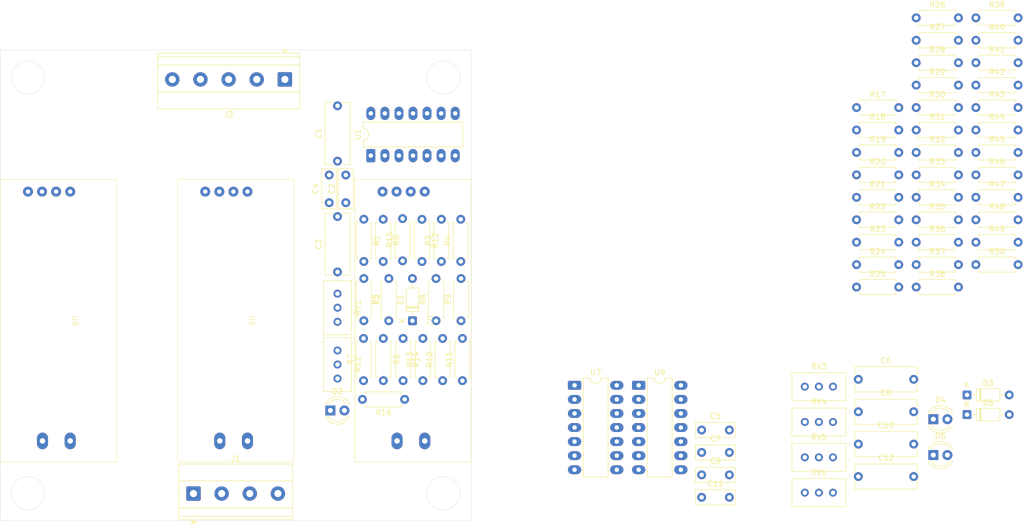
<source format=kicad_pcb>
(kicad_pcb (version 20241229) (generator "pcbnew") (generator_version "9.0")
  (layers (0 "F.Cu" signal) (2 "B.Cu" signal) (13 "F.Paste" user) (15 "B.Paste" user) (5 "F.SilkS" user "F.Silkscreen") (7 "B.SilkS" user "B.Silkscreen") (1 "F.Mask" user) (3 "B.Mask" user) (25 "Edge.Cuts" user))
  (net 0 "")
  (net 1 "Net-(C1-Pad2)")
  (net 2 "Net-(C1-Pad1)")
  (net 3 "GND")
  (net 4 "Net-(U1A-+)")
  (net 5 "Net-(C3-Pad1)")
  (net 6 "Net-(C3-Pad2)")
  (net 7 "Net-(U1B-+)")
  (net 8 "Net-(U7A-+)")
  (net 9 "Net-(C6-Pad2)")
  (net 10 "Net-(C6-Pad1)")
  (net 11 "Net-(U7B-+)")
  (net 12 "Net-(C8-Pad2)")
  (net 13 "Net-(C8-Pad1)")
  (net 14 "Net-(U9A-+)")
  (net 15 "Net-(C10-Pad2)")
  (net 16 "Net-(C10-Pad1)")
  (net 17 "Net-(U9B-+)")
  (net 18 "Net-(C12-Pad2)")
  (net 19 "Net-(C12-Pad1)")
  (net 20 "Net-(D1-A)")
  (net 21 "Net-(D1-K)")
  (net 22 "Net-(D2-A)")
  (net 23 "Net-(D2-K)")
  (net 24 "Net-(D3-K)")
  (net 25 "Net-(D3-A)")
  (net 26 "Net-(D4-A)")
  (net 27 "Net-(D4-K)")
  (net 28 "Net-(D5-A)")
  (net 29 "Net-(D5-K)")
  (net 30 "Net-(D6-K)")
  (net 31 "Net-(D6-A)")
  (net 32 "LINE1")
  (net 33 "LINE2")
  (net 34 "LINE3")
  (net 35 "NEUTRAL")
  (net 36 "SIGNAL_OUT1")
  (net 37 "SIGNAL_OUT2")
  (net 38 "5V")
  (net 39 "SIGNAL_OUT3")
  (net 40 "Net-(R0-Pad2)")
  (net 41 "Net-(U1A--)")
  (net 42 "OUT_S1")
  (net 43 "Net-(R6-Pad2)")
  (net 44 "Net-(U1B--)")
  (net 45 "Net-(R8-Pad1)")
  (net 46 "Net-(U1C-+)")
  (net 47 "Net-(R10-Pad1)")
  (net 48 "Net-(U1C--)")
  (net 49 "Net-(U1D-+)")
  (net 50 "OUT_S2")
  (net 51 "Net-(U7A--)")
  (net 52 "Net-(R19-Pad2)")
  (net 53 "Net-(R23-Pad2)")
  (net 54 "Net-(U7B--)")
  (net 55 "Net-(R25-Pad1)")
  (net 56 "Net-(U7C-+)")
  (net 57 "Net-(U7C--)")
  (net 58 "Net-(R27-Pad1)")
  (net 59 "Net-(U7D-+)")
  (net 60 "OUT_S3")
  (net 61 "Net-(R36-Pad2)")
  (net 62 "Net-(U9A--)")
  (net 63 "Net-(R40-Pad2)")
  (net 64 "Net-(U9B--)")
  (net 65 "Net-(R42-Pad1)")
  (net 66 "Net-(U9C-+)")
  (net 67 "Net-(U9C--)")
  (net 68 "Net-(R44-Pad1)")
  (net 69 "Net-(U9D-+)")
  (footprint "VARIUS:TerminalBlock_Phoenix_MKDS-1,5-5-5.08_1x05_P5.08mm_Horizontal-DIY" (layer "F.Cu") (at 148.25 55.5 180)
    (property "Reference" "J2" (at 10.16 -6.32 0) (layer "F.SilkS"))
    (property "Value" "ANALOG_OUT")
    (pad "" np_thru_hole roundrect (at 0 0 180) (size 2.6 2.6) (drill 1.3) (layers "*.Mask" "F.Cu") (roundrect_rratio 0.096154))
    (pad "" np_thru_hole circle (at 5.08 0 180) (size 2.6 2.6) (drill 1.3) (layers "*.Mask" "F.Cu"))
    (pad "" np_thru_hole circle (at 10.16 0 180) (size 2.6 2.6) (drill 1.3) (layers "*.Mask" "F.Cu"))
    (pad "" np_thru_hole circle (at 15.24 0 180) (size 2.6 2.6) (drill 1.3) (layers "*.Mask" "F.Cu"))
    (pad "" np_thru_hole circle (at 20.32 0 180) (size 2.6 2.6) (drill 1.3) (layers "*.Mask" "F.Cu"))
    (pad "1" smd roundrect (at 0 0 180) (size 2.6 2.6) (layers "F.Mask" "B.Cu" "F.Paste") (roundrect_rratio 0.096154) (net 38 "5V"))
    (pad "2" smd circle (at 5.08 0 180) (size 2.6 2.6) (layers "F.Mask" "B.Cu" "F.Paste") (net 3 "GND"))
    (pad "3" smd circle (at 10.16 0 180) (size 2.6 2.6) (layers "F.Mask" "B.Cu" "F.Paste") (net 36 "SIGNAL_OUT1"))
    (pad "4" smd circle (at 15.24 0 180) (size 2.6 2.6) (layers "F.Mask" "B.Cu" "F.Paste") (net 37 "SIGNAL_OUT2"))
    (pad "5" smd circle (at 20.32 0 180) (size 2.6 2.6) (layers "F.Mask" "B.Cu" "F.Paste") (net 39 "SIGNAL_OUT3"))
  )
  (footprint "Resistor_THT:R_Axial_DIN0207_L6.3mm_D2.5mm_P7.62mm_Horizontal" (layer "F.Cu") (at 173 80.75 -90)
    (property "Reference" "R12" (at 3.81 -2.37 270) (layer "F.SilkS"))
    (property "Value" "68k")
    (pad "1" thru_hole circle (at 0 0 270) (size 1.6 1.6) (drill 0.8) (layers "*.Cu" "*.Mask") (net 20 "Net-(D1-A)"))
    (pad "2" thru_hole circle (at 7.62 0 270) (size 1.6 1.6) (drill 0.8) (layers "*.Cu" "*.Mask") (net 49 "Net-(U1D-+)"))
  )
  (footprint "LED_THT:LED_D4.0mm" (layer "F.Cu") (at 265.3 123.3)
    (property "Reference" "D6" (at 1.27 -3.46 0) (layer "F.SilkS"))
    (property "Value" "LED")
    (pad "1" thru_hole rect (at 0 0) (size 1.8 1.8) (drill 0.9) (layers "*.Cu" "*.Mask") (net 30 "Net-(D6-K)"))
    (pad "2" thru_hole circle (at 2.54 0) (size 1.8 1.8) (drill 0.9) (layers "*.Cu" "*.Mask") (net 31 "Net-(D6-A)"))
  )
  (footprint "Resistor_THT:R_Axial_DIN0207_L6.3mm_D2.5mm_P7.62mm_Horizontal" (layer "F.Cu") (at 251.44 68.68)
    (property "Reference" "R19" (at 3.81 -2.37 0) (layer "F.SilkS"))
    (property "Value" "68k")
    (pad "1" thru_hole circle (at 0 0) (size 1.6 1.6) (drill 0.8) (layers "*.Cu" "*.Mask") (net 51 "Net-(U7A--)"))
    (pad "2" thru_hole circle (at 7.62 0) (size 1.6 1.6) (drill 0.8) (layers "*.Cu" "*.Mask") (net 52 "Net-(R19-Pad2)"))
  )
  (footprint "Resistor_THT:R_Axial_DIN0207_L6.3mm_D2.5mm_P7.62mm_Horizontal" (layer "F.Cu") (at 262.21 52.48)
    (property "Reference" "R28" (at 3.81 -2.37 0) (layer "F.SilkS"))
    (property "Value" "68k")
    (pad "1" thru_hole circle (at 0 0) (size 1.6 1.6) (drill 0.8) (layers "*.Cu" "*.Mask") (net 59 "Net-(U7D-+)"))
    (pad "2" thru_hole circle (at 7.62 0) (size 1.6 1.6) (drill 0.8) (layers "*.Cu" "*.Mask") (net 57 "Net-(U7C--)"))
  )
  (footprint "Capacitor_THT:C_Rect_L7.0mm_W2.5mm_P5.00mm" (layer "F.Cu") (at 223.48 122.83)
    (property "Reference" "C7" (at 2.5 -2.5 0) (layer "F.SilkS"))
    (property "Value" "15nF")
    (pad "1" thru_hole circle (at 0 0) (size 1.6 1.6) (drill 0.8) (layers "*.Cu" "*.Mask") (net 3 "GND"))
    (pad "2" thru_hole circle (at 5 0) (size 1.6 1.6) (drill 0.8) (layers "*.Cu" "*.Mask") (net 11 "Net-(U7B-+)"))
  )
  (footprint "ZMPT101B:ZMPT101B" (layer "F.Cu") (at 105.88 84.55 -90)
    (property "Reference" "U8" (at 14.5 -4.5 270) (layer "F.SilkS") (effects (font (thickness 0.1))))
    (property "Value" "zmpt101b")
    (pad "1" thru_hole oval (at 36.2 1.38 270) (size 3 2) (drill 1) (layers "*.Cu" "*.Mask") (net 34 "LINE3"))
    (pad "2" thru_hole oval (at 36.2 -3.62 270) (size 3 2) (drill 1) (layers "*.Cu" "*.Mask") (net 35 "NEUTRAL"))
    (pad "3" thru_hole circle (at -8.8 -3.62 270) (size 1.8 1.8) (drill 0.8) (layers "*.Cu" "*.Mask") (net 3 "GND"))
    (pad "4" thru_hole circle (at -8.8 -1.08 270) (size 1.8 1.8) (drill 0.8) (layers "*.Cu" "*.Mask") (net 3 "GND"))
    (pad "5" thru_hole circle (at -8.8 4 270) (size 1.8 1.8) (drill 0.8) (layers "*.Cu" "*.Mask") (net 38 "5V"))
    (pad "6" thru_hole circle (at -8.8 1.46 270) (size 1.8 1.8) (drill 0.8) (layers "*.Cu" "*.Mask") (net 60 "OUT_S3"))
  )
  (footprint "Resistor_THT:R_Axial_DIN0207_L6.3mm_D2.5mm_P7.62mm_Horizontal" (layer "F.Cu") (at 162.5 80.74 -90)
    (property "Reference" "R1" (at 3.81 -2.37 270) (layer "F.SilkS"))
    (property "Value" "68k")
    (pad "1" thru_hole circle (at 0 0 270) (size 1.6 1.6) (drill 0.8) (layers "*.Cu" "*.Mask") (net 1 "Net-(C1-Pad2)"))
    (pad "2" thru_hole circle (at 7.62 0 270) (size 1.6 1.6) (drill 0.8) (layers "*.Cu" "*.Mask") (net 40 "Net-(R0-Pad2)"))
  )
  (footprint "ZMPT101B:ZMPT101B" (layer "F.Cu") (at 137.88 84.55 -90)
    (property "Reference" "U6" (at 14.5 -4.5 270) (layer "F.SilkS") (effects (font (thickness 0.1))))
    (property "Value" "zmpt101b")
    (pad "1" thru_hole oval (at 36.2 1.38 270) (size 3 2) (drill 1) (layers "*.Cu" "*.Mask") (net 33 "LINE2"))
    (pad "2" thru_hole oval (at 36.2 -3.62 270) (size 3 2) (drill 1) (layers "*.Cu" "*.Mask") (net 35 "NEUTRAL"))
    (pad "3" thru_hole circle (at -8.8 -3.62 270) (size 1.8 1.8) (drill 0.8) (layers "*.Cu" "*.Mask") (net 3 "GND"))
    (pad "4" thru_hole circle (at -8.8 -1.08 270) (size 1.8 1.8) (drill 0.8) (layers "*.Cu" "*.Mask") (net 3 "GND"))
    (pad "5" thru_hole circle (at -8.8 4 270) (size 1.8 1.8) (drill 0.8) (layers "*.Cu" "*.Mask") (net 38 "5V"))
    (pad "6" thru_hole circle (at -8.8 1.46 270) (size 1.8 1.8) (drill 0.8) (layers "*.Cu" "*.Mask") (net 50 "OUT_S2"))
  )
  (footprint "Capacitor_THT:C_Rect_L11.0mm_W4.3mm_P10.00mm_MKT" (layer "F.Cu") (at 251.76 115.48)
    (property "Reference" "C8" (at 5 -3.4 0) (layer "F.SilkS"))
    (property "Value" "100nF")
    (pad "1" thru_hole circle (at 0 0) (size 1.6 1.6) (drill 0.8) (layers "*.Cu" "*.Mask") (net 13 "Net-(C8-Pad1)"))
    (pad "2" thru_hole circle (at 10 0) (size 1.6 1.6) (drill 0.8) (layers "*.Cu" "*.Mask") (net 12 "Net-(C8-Pad2)"))
  )
  (footprint "Resistor_THT:R_Axial_DIN0207_L6.3mm_D2.5mm_P7.62mm_Horizontal" (layer "F.Cu") (at 251.44 72.73)
    (property "Reference" "R20" (at 3.81 -2.37 0) (layer "F.SilkS"))
    (property "Value" "68k")
    (pad "1" thru_hole circle (at 0 0) (size 1.6 1.6) (drill 0.8) (layers "*.Cu" "*.Mask") (net 9 "Net-(C6-Pad2)"))
    (pad "2" thru_hole circle (at 7.62 0) (size 1.6 1.6) (drill 0.8) (layers "*.Cu" "*.Mask") (net 52 "Net-(R19-Pad2)"))
  )
  (footprint "VARIUS:D_DO-35_SOD27_P7.62mm_Horizontal-DIY" (layer "F.Cu") (at 171.275 99.06 90)
    (property "Reference" "D1" (at 3.81 -2.12 90) (layer "F.SilkS"))
    (property "Value" "1N5711")
    (fp_text user "K" (at 0 -1.8 90) (layer "F.SilkS"))
    (pad "" np_thru_hole roundrect (at 0 0 90) (size 1.6 1.6) (drill 0.8) (layers "*.Mask" "F.Cu") (roundrect_rratio 0.15625))
    (pad "" np_thru_hole circle (at 7.62 0 90) (size 1.6 1.6) (drill 0.8) (layers "*.Mask" "F.Cu"))
    (pad "1" smd roundrect (at 0 0 90) (size 1.6 1.6) (layers "F.Mask" "B.Cu" "F.Paste") (roundrect_rratio 0.15625) (net 21 "Net-(D1-K)"))
    (pad "2" smd circle (at 7.62 0 90) (size 1.6 1.6) (layers "F.Mask" "B.Cu" "F.Paste") (net 20 "Net-(D1-A)"))
  )
  (footprint "Package_DIP:DIP-14_W7.62mm_LongPads" (layer "F.Cu") (at 163.76 69.25 90)
    (property "Reference" "U1" (at 3.81 -2.33 90) (layer "F.SilkS"))
    (property "Value" "LM324")
    (pad "1" thru_hole roundrect (at 0 0 90) (size 2.4 1.6) (drill 0.8) (layers "*.Cu" "*.Mask") (roundrect_rratio 0.15625) (net 1 "Net-(C1-Pad2)"))
    (pad "2" thru_hole oval (at 0 2.54 90) (size 2.4 1.6) (drill 0.8) (layers "*.Cu" "*.Mask") (net 41 "Net-(U1A--)"))
    (pad "3" thru_hole oval (at 0 5.08 90) (size 2.4 1.6) (drill 0.8) (layers "*.Cu" "*.Mask") (net 4 "Net-(U1A-+)"))
    (pad "4" thru_hole oval (at 0 7.62 90) (size 2.4 1.6) (drill 0.8) (layers "*.Cu" "*.Mask") (net 38 "5V"))
    (pad "5" thru_hole oval (at 0 10.16 90) (size 2.4 1.6) (drill 0.8) (layers "*.Cu" "*.Mask") (net 7 "Net-(U1B-+)"))
    (pad "6" thru_hole oval (at 0 12.7 90) (size 2.4 1.6) (drill 0.8) (layers "*.Cu" "*.Mask") (net 44 "Net-(U1B--)"))
    (pad "7" thru_hole oval (at 0 15.24 90) (size 2.4 1.6) (drill 0.8) (layers "*.Cu" "*.Mask") (net 6 "Net-(C3-Pad2)"))
    (pad "8" thru_hole oval (at 7.62 15.24 90) (size 2.4 1.6) (drill 0.8) (layers "*.Cu" "*.Mask") (net 49 "Net-(U1D-+)"))
    (pad "9" thru_hole oval (at 7.62 12.7 90) (size 2.4 1.6) (drill 0.8) (layers "*.Cu" "*.Mask") (net 48 "Net-(U1C--)"))
    (pad "10" thru_hole oval (at 7.62 10.16 90) (size 2.4 1.6) (drill 0.8) (layers "*.Cu" "*.Mask") (net 46 "Net-(U1C-+)"))
    (pad "11" thru_hole oval (at 7.62 7.62 90) (size 2.4 1.6) (drill 0.8) (layers "*.Cu" "*.Mask") (net 3 "GND"))
    (pad "12" thru_hole oval (at 7.62 5.08 90) (size 2.4 1.6) (drill 0.8) (layers "*.Cu" "*.Mask") (net 49 "Net-(U1D-+)"))
    (pad "13" thru_hole oval (at 7.62 2.54 90) (size 2.4 1.6) (drill 0.8) (layers "*.Cu" "*.Mask") (net 21 "Net-(D1-K)"))
    (pad "14" thru_hole oval (at 7.62 0 90) (size 2.4 1.6) (drill 0.8) (layers "*.Cu" "*.Mask") (net 22 "Net-(D2-A)"))
  )
  (footprint "Resistor_THT:R_Axial_DIN0207_L6.3mm_D2.5mm_P7.62mm_Horizontal" (layer "F.Cu") (at 251.44 84.88)
    (property "Reference" "R23" (at 3.81 -2.37 0) (layer "F.SilkS"))
    (property "Value" "68k")
    (pad "1" thru_hole circle (at 0 0) (size 1.6 1.6) (drill 0.8) (layers "*.Cu" "*.Mask") (net 54 "Net-(U7B--)"))
    (pad "2" thru_hole circle (at 7.62 0) (size 1.6 1.6) (drill 0.8) (layers "*.Cu" "*.Mask") (net 53 "Net-(R23-Pad2)"))
  )
  (footprint "Resistor_THT:R_Axial_DIN0207_L6.3mm_D2.5mm_P7.62mm_Horizontal" (layer "F.Cu") (at 262.21 64.63)
    (property "Reference" "R31" (at 3.81 -2.37 0) (layer "F.SilkS"))
    (property "Value" "400")
    (pad "1" thru_hole circle (at 0 0) (size 1.6 1.6) (drill 0.8) (layers "*.Cu" "*.Mask") (net 24 "Net-(D3-K)"))
    (pad "2" thru_hole circle (at 7.62 0) (size 1.6 1.6) (drill 0.8) (layers "*.Cu" "*.Mask") (net 38 "5V"))
  )
  (footprint "Package_DIP:DIP-14_W7.62mm_LongPads" (layer "F.Cu") (at 212.11 110.71)
    (property "Reference" "U9" (at 3.81 -2.33 0) (layer "F.SilkS"))
    (property "Value" "LM324")
    (pad "1" thru_hole roundrect (at 0 0) (size 2.4 1.6) (drill 0.8) (layers "*.Cu" "*.Mask") (roundrect_rratio 0.15625) (net 15 "Net-(C10-Pad2)"))
    (pad "2" thru_hole oval (at 0 2.54) (size 2.4 1.6) (drill 0.8) (layers "*.Cu" "*.Mask") (net 62 "Net-(U9A--)"))
    (pad "3" thru_hole oval (at 0 5.08) (size 2.4 1.6) (drill 0.8) (layers "*.Cu" "*.Mask") (net 14 "Net-(U9A-+)"))
    (pad "4" thru_hole oval (at 0 7.62) (size 2.4 1.6) (drill 0.8) (layers "*.Cu" "*.Mask") (net 38 "5V"))
    (pad "5" thru_hole oval (at 0 10.16) (size 2.4 1.6) (drill 0.8) (layers "*.Cu" "*.Mask") (net 17 "Net-(U9B-+)"))
    (pad "6" thru_hole oval (at 0 12.7) (size 2.4 1.6) (drill 0.8) (layers "*.Cu" "*.Mask") (net 64 "Net-(U9B--)"))
    (pad "7" thru_hole oval (at 0 15.24) (size 2.4 1.6) (drill 0.8) (layers "*.Cu" "*.Mask") (net 18 "Net-(C12-Pad2)"))
    (pad "8" thru_hole oval (at 7.62 15.24) (size 2.4 1.6) (drill 0.8) (layers "*.Cu" "*.Mask") (net 69 "Net-(U9D-+)"))
    (pad "9" thru_hole oval (at 7.62 12.7) (size 2.4 1.6) (drill 0.8) (layers "*.Cu" "*.Mask") (net 67 "Net-(U9C--)"))
    (pad "10" thru_hole oval (at 7.62 10.16) (size 2.4 1.6) (drill 0.8) (layers "*.Cu" "*.Mask") (net 66 "Net-(U9C-+)"))
    (pad "11" thru_hole oval (at 7.62 7.62) (size 2.4 1.6) (drill 0.8) (layers "*.Cu" "*.Mask") (net 3 "GND"))
    (pad "12" thru_hole oval (at 7.62 5.08) (size 2.4 1.6) (drill 0.8) (layers "*.Cu" "*.Mask") (net 69 "Net-(U9D-+)"))
    (pad "13" thru_hole oval (at 7.62 2.54) (size 2.4 1.6) (drill 0.8) (layers "*.Cu" "*.Mask") (net 29 "Net-(D5-K)"))
    (pad "14" thru_hole oval (at 7.62 0) (size 2.4 1.6) (drill 0.8) (layers "*.Cu" "*.Mask") (net 31 "Net-(D6-A)"))
  )
  (footprint "Resistor_THT:R_Axial_DIN0207_L6.3mm_D2.5mm_P7.62mm_Horizontal" (layer "F.Cu") (at 251.44 92.98)
    (property "Reference" "R25" (at 3.81 -2.37 0) (layer "F.SilkS"))
    (property "Value" "68k")
    (pad "1" thru_hole circle (at 0 0) (size 1.6 1.6) (drill 0.8) (layers "*.Cu" "*.Mask") (net 55 "Net-(R25-Pad1)"))
    (pad "2" thru_hole circle (at 7.62 0) (size 1.6 1.6) (drill 0.8) (layers "*.Cu" "*.Mask") (net 56 "Net-(U7C-+)"))
  )
  (footprint "Resistor_THT:R_Axial_DIN0207_L6.3mm_D2.5mm_P7.62mm_Horizontal" (layer "F.Cu") (at 167.0125 99.06 90)
    (property "Reference" "R5" (at 3.81 -2.37 90) (layer "F.SilkS"))
    (property "Value" "68k")
    (pad "1" thru_hole circle (at 0 0 90) (size 1.6 1.6) (drill 0.8) (layers "*.Cu" "*.Mask") (net 5 "Net-(C3-Pad1)"))
    (pad "2" thru_hole circle (at 7.62 0 90) (size 1.6 1.6) (drill 0.8) (layers "*.Cu" "*.Mask") (net 7 "Net-(U1B-+)"))
  )
  (footprint "Potentiometer_THT:Potentiometer_Bourns_3296W_Vertical" (layer "F.Cu") (at 157.75 99.25 -90)
    (property "Reference" "RV1" (at -2.54 -3.66 90) (layer "F.SilkS"))
    (property "Value" "R_Potentiometer")
    (pad "1" thru_hole circle (at 0 0 270) (size 1.44 1.44) (drill 0.8) (layers "*.Cu" "*.Mask") (net 6 "Net-(C3-Pad2)"))
    (pad "2" thru_hole circle (at -2.54 0 270) (size 1.44 1.44) (drill 0.8) (layers "*.Cu" "*.Mask") (net 45 "Net-(R8-Pad1)"))
    (pad "3" thru_hole circle (at -5.08 0 270) (size 1.44 1.44) (drill 0.8) (layers "*.Cu" "*.Mask") (net 3 "GND"))
  )
  (footprint "Potentiometer_THT:Potentiometer_Bourns_3296W_Vertical" (layer "F.Cu") (at 157.75 109.5 -90)
    (property "Reference" "RV2" (at -2.54 -3.66 90) (layer "F.SilkS"))
    (property "Value" "R_Potentiometer")
    (pad "1" thru_hole circle (at 0 0 270) (size 1.44 1.44) (drill 0.8) (layers "*.Cu" "*.Mask") (net 38 "5V"))
    (pad "2" thru_hole circle (at -2.54 0 270) (size 1.44 1.44) (drill 0.8) (layers "*.Cu" "*.Mask") (net 47 "Net-(R10-Pad1)"))
    (pad "3" thru_hole circle (at -5.08 0 270) (size 1.44 1.44) (drill 0.8) (layers "*.Cu" "*.Mask") (net 3 "GND"))
  )
  (footprint "LED_THT:LED_D4.0mm" (layer "F.Cu") (at 265.3 116.83)
    (property "Reference" "D4" (at 1.27 -3.46 0) (layer "F.SilkS"))
    (property "Value" "LED")
    (pad "1" thru_hole rect (at 0 0) (size 1.8 1.8) (drill 0.9) (layers "*.Cu" "*.Mask") (net 27 "Net-(D4-K)"))
    (pad "2" thru_hole circle (at 2.54 0) (size 1.8 1.8) (drill 0.9) (layers "*.Cu" "*.Mask") (net 26 "Net-(D4-A)"))
  )
  (footprint "Resistor_THT:R_Axial_DIN0207_L6.3mm_D2.5mm_P7.62mm_Horizontal" (layer "F.Cu") (at 169.59 102.25 -90)
    (property "Reference" "R14" (at 3.81 -2.37 270) (layer "F.SilkS"))
    (property "Value" "400")
    (pad "1" thru_hole circle (at 0 0 270) (size 1.6 1.6) (drill 0.8) (layers "*.Cu" "*.Mask") (net 21 "Net-(D1-K)"))
    (pad "2" thru_hole circle (at 7.62 0 270) (size 1.6 1.6) (drill 0.8) (layers "*.Cu" "*.Mask") (net 38 "5V"))
  )
  (footprint "Resistor_THT:R_Axial_DIN0207_L6.3mm_D2.5mm_P7.62mm_Horizontal" (layer "F.Cu") (at 251.44 88.93)
    (property "Reference" "R24" (at 3.81 -2.37 0) (layer "F.SilkS"))
    (property "Value" "68k")
    (pad "1" thru_hole circle (at 0 0) (size 1.6 1.6) (drill 0.8) (layers "*.Cu" "*.Mask") (net 53 "Net-(R23-Pad2)"))
    (pad "2" thru_hole circle (at 7.62 0) (size 1.6 1.6) (drill 0.8) (layers "*.Cu" "*.Mask") (net 12 "Net-(C8-Pad2)"))
  )
  (footprint "Capacitor_THT:C_Rect_L7.0mm_W2.5mm_P5.00mm" (layer "F.Cu") (at 223.48 130.93)
    (property "Reference" "C11" (at 2.5 -2.5 0) (layer "F.SilkS"))
    (property "Value" "15nF")
    (pad "1" thru_hole circle (at 0 0) (size 1.6 1.6) (drill 0.8) (layers "*.Cu" "*.Mask") (net 3 "GND"))
    (pad "2" thru_hole circle (at 5 0) (size 1.6 1.6) (drill 0.8) (layers "*.Cu" "*.Mask") (net 17 "Net-(U9B-+)"))
  )
  (footprint "Resistor_THT:R_Axial_DIN0207_L6.3mm_D2.5mm_P7.62mm_Horizontal" (layer "F.Cu") (at 262.21 88.93)
    (property "Reference" "R37" (at 3.81 -2.37 0) (layer "F.SilkS"))
    (property "Value" "68k")
    (pad "1" thru_hole circle (at 0 0) (size 1.6 1.6) (drill 0.8) (layers "*.Cu" "*.Mask") (net 15 "Net-(C10-Pad2)"))
    (pad "2" thru_hole circle (at 7.62 0) (size 1.6 1.6) (drill 0.8) (layers "*.Cu" "*.Mask") (net 61 "Net-(R36-Pad2)"))
  )
  (footprint "Capacitor_THT:C_Rect_L11.0mm_W4.3mm_P10.00mm_MKT" (layer "F.Cu") (at 251.76 121.33)
    (property "Reference" "C10" (at 5 -3.4 0) (layer "F.SilkS"))
    (property "Value" "100nF")
    (pad "1" thru_hole circle (at 0 0) (size 1.6 1.6) (drill 0.8) (layers "*.Cu" "*.Mask") (net 16 "Net-(C10-Pad1)"))
    (pad "2" thru_hole circle (at 10 0) (size 1.6 1.6) (drill 0.8) (layers "*.Cu" "*.Mask") (net 15 "Net-(C10-Pad2)"))
  )
  (footprint "Resistor_THT:R_Axial_DIN0207_L6.3mm_D2.5mm_P7.62mm_Horizontal" (layer "F.Cu") (at 272.98 88.93)
    (property "Reference" "R50" (at 3.81 -2.37 0) (layer "F.SilkS"))
    (property "Value" "100")
    (pad "1" thru_hole circle (at 0 0) (size 1.6 1.6) (drill 0.8) (layers "*.Cu" "*.Mask") (net 3 "GND"))
    (pad "2" thru_hole circle (at 7.62 0) (size 1.6 1.6) (drill 0.8) (layers "*.Cu" "*.Mask") (net 30 "Net-(D6-K)"))
  )
  (footprint "Resistor_THT:R_Axial_DIN0207_L6.3mm_D2.5mm_P7.62mm_Horizontal" (layer "F.Cu") (at 166.02 102.25 -90)
    (property "Reference" "R6" (at 3.81 -2.37 270) (layer "F.SilkS"))
    (property "Value" "68k")
    (pad "1" thru_hole circle (at 0 0 270) (size 1.6 1.6) (drill 0.8) (layers "*.Cu" "*.Mask") (net 44 "Net-(U1B--)"))
    (pad "2" thru_hole circle (at 7.62 0 270) (size 1.6 1.6) (drill 0.8) (layers "*.Cu" "*.Mask") (net 43 "Net-(R6-Pad2)"))
  )
  (footprint "Resistor_THT:R_Axial_DIN0207_L6.3mm_D2.5mm_P7.62mm_Horizontal" (layer "F.Cu") (at 272.98 44.38)
    (property "Reference" "R39" (at 3.81 -2.37 0) (layer "F.SilkS"))
    (property "Value" "68k")
    (pad "1" thru_hole circle (at 0 0) (size 1.6 1.6) (drill 0.8) (layers "*.Cu" "*.Mask") (net 19 "Net-(C12-Pad1)"))
    (pad "2" thru_hole circle (at 7.62 0) (size 1.6 1.6) (drill 0.8) (layers "*.Cu" "*.Mask") (net 17 "Net-(U9B-+)"))
  )
  (footprint "Potentiometer_THT:Potentiometer_Bourns_3296W_Vertical" (layer "F.Cu") (at 247.18 123.71)
    (property "Reference" "RV5" (at -2.54 -3.66 0) (layer "F.SilkS"))
    (property "Value" "R_Potentiometer")
    (pad "1" thru_hole circle (at 0 0) (size 1.44 1.44) (drill 0.8) (layers "*.Cu" "*.Mask") (net 18 "Net-(C12-Pad2)"))
    (pad "2" thru_hole circle (at -2.54 0) (size 1.44 1.44) (drill 0.8) (layers "*.Cu" "*.Mask") (net 65 "Net-(R42-Pad1)"))
    (pad "3" thru_hole circle (at -5.08 0) (size 1.44 1.44) (drill 0.8) (layers "*.Cu" "*.Mask") (net 3 "GND"))
  )
  (footprint "Resistor_THT:R_Axial_DIN0207_L6.3mm_D2.5mm_P7.62mm_Horizontal" (layer "F.Cu") (at 251.44 64.63)
    (property "Reference" "R18" (at 3.81 -2.37 0) (layer "F.SilkS"))
    (property "Value" "68k")
    (pad "1" thru_hole circle (at 0 0) (size 1.6 1.6) (drill 0.8) (layers "*.Cu" "*.Mask") (net 10 "Net-(C6-Pad1)"))
    (pad "2" thru_hole circle (at 7.62 0) (size 1.6 1.6) (drill 0.8) (layers "*.Cu" "*.Mask") (net 8 "Net-(U7A-+)"))
  )
  (footprint "Resistor_THT:R_Axial_DIN0207_L6.3mm_D2.5mm_P7.62mm_Horizontal" (layer "F.Cu") (at 180.05 99.06 90)
    (property "Reference" "R9" (at 3.81 -2.37 90) (layer "F.SilkS"))
    (property "Value" "68k")
    (pad "1" thru_hole circle (at 0 0 90) (size 1.6 1.6) (drill 0.8) (layers "*.Cu" "*.Mask") (net 3 "GND"))
    (pad "2" thru_hole circle (at 7.62 0 90) (size 1.6 1.6) (drill 0.8) (layers "*.Cu" "*.Mask") (net 46 "Net-(U1C-+)"))
  )
  (footprint "Resistor_THT:R_Axial_DIN0207_L6.3mm_D2.5mm_P7.62mm_Horizontal" (layer "F.Cu") (at 176.73 109.87 90)
    (property "Reference" "R10" (at 3.81 -2.37 90) (layer "F.SilkS"))
    (property "Value" "68k")
    (pad "1" thru_hole circle (at 0 0 90) (size 1.6 1.6) (drill 0.8) (layers "*.Cu" "*.Mask") (net 47 "Net-(R10-Pad1)"))
    (pad "2" thru_hole circle (at 7.62 0 90) (size 1.6 1.6) (drill 0.8) (layers "*.Cu" "*.Mask") (net 48 "Net-(U1C--)"))
  )
  (footprint "Capacitor_THT:C_Rect_L7.0mm_W2.5mm_P5.00mm" (layer "F.Cu") (at 223.48 126.88)
    (property "Reference" "C9" (at 2.5 -2.5 0) (layer "F.SilkS"))
    (property "Value" "15nF")
    (pad "1" thru_hole circle (at 0 0) (size 1.6 1.6) (drill 0.8) (layers "*.Cu" "*.Mask") (net 3 "GND"))
    (pad "2" thru_hole circle (at 5 0) (size 1.6 1.6) (drill 0.8) (layers "*.Cu" "*.Mask") (net 14 "Net-(U9A-+)"))
  )
  (footprint "Resistor_THT:R_Axial_DIN0207_L6.3mm_D2.5mm_P7.62mm_Horizontal" (layer "F.Cu") (at 169.87 113.25 180)
    (property "Reference" "R16" (at 3.81 -2.37 180) (layer "F.SilkS"))
    (property "Value" "100")
    (pad "1" thru_hole circle (at 0 0 180) (size 1.6 1.6) (drill 0.8) (layers "*.Cu" "*.Mask") (net 3 "GND"))
    (pad "2" thru_hole circle (at 7.62 0 180) (size 1.6 1.6) (drill 0.8) (layers "*.Cu" "*.Mask") (net 23 "Net-(D2-K)"))
  )
  (footprint "Resistor_THT:R_Axial_DIN0207_L6.3mm_D2.5mm_P7.62mm_Horizontal" (layer "F.Cu") (at 262.21 92.98)
    (property "Reference" "R38" (at 3.81 -2.37 0) (layer "F.SilkS"))
    (property "Value" "68k")
    (pad "1" thru_hole circle (at 0 0) (size 1.6 1.6) (drill 0.8) (layers "*.Cu" "*.Mask") (net 15 "Net-(C10-Pad2)"))
    (pad "2" thru_hole circle (at 7.62 0) (size 1.6 1.6) (drill 0.8) (layers "*.Cu" "*.Mask") (net 19 "Net-(C12-Pad1)"))
  )
  (footprint "Resistor_THT:R_Axial_DIN0207_L6.3mm_D2.5mm_P7.62mm_Horizontal" (layer "F.Cu") (at 176.5 88.36 90)
    (property "Reference" "R3" (at 3.81 -2.37 90) (layer "F.SilkS"))
    (property "Value" "68k")
    (pad "1" thru_hole circle (at 0 0 90) (size 1.6 1.6) (drill 0.8) (layers "*.Cu" "*.Mask") (net 42 "OUT_S1"))
    (pad "2" thru_hole circle (at 7.62 0 90) (size 1.6 1.6) (drill 0.8) (layers "*.Cu" "*.Mask") (net 2 "Net-(C1-Pad1)"))
  )
  (footprint "Resistor_THT:R_Axial_DIN0207_L6.3mm_D2.5mm_P7.62mm_Horizontal" (layer "F.Cu") (at 272.98 48.43)
    (property "Reference" "R40" (at 3.81 -2.37 0) (layer "F.SilkS"))
    (property "Value" "68k")
    (pad "1" thru_hole circle (at 0 0) (size 1.6 1.6) (drill 0.8) (layers "*.Cu" "*.Mask") (net 64 "Net-(U9B--)"))
    (pad "2" thru_hole circle (at 7.62 0) (size 1.6 1.6) (drill 0.8) (layers "*.Cu" "*.Mask") (net 63 "Net-(R40-Pad2)"))
  )
  (footprint "VARIUS:D_DO-35_SOD27_P7.62mm_Horizontal-DIY" (layer "F.Cu") (at 271.38 116)
    (property "Reference" "D5" (at 3.81 -2.12 0) (layer "F.SilkS"))
    (property "Value" "1N5711")
    (fp_text user "K" (at 0 -1.8 0) (layer "F.SilkS"))
    (pad "" np_thru_hole roundrect (at 0 0) (size 1.6 1.6) (drill 0.8) (layers "*.Mask" "F.Cu") (roundrect_rratio 0.15625))
    (pad "" np_thru_hole circle (at 7.62 0) (size 1.6 1.6) (drill 0.8) (layers "*.Mask" "F.Cu"))
    (pad "1" smd roundrect (at 0 0) (size 1.6 1.6) (layers "F.Mask" "B.Cu" "F.Paste") (roundrect_rratio 0.15625) (net 29 "Net-(D5-K)"))
    (pad "2" smd circle (at 7.62 0) (size 1.6 1.6) (layers "F.Mask" "B.Cu" "F.Paste") (net 28 "Net-(D5-A)"))
  )
  (footprint "Resistor_THT:R_Axial_DIN0207_L6.3mm_D2.5mm_P7.62mm_Horizontal" (layer "F.Cu") (at 272.98 84.88)
    (property "Reference" "R49" (at 3.81 -2.37 0) (layer "F.SilkS"))
    (property "Value" "420")
    (pad "1" thru_hole circle (at 0 0) (size 1.6 1.6) (drill 0.8) (layers "*.Cu" "*.Mask") (net 3 "GND"))
    (pad "2" thru_hole circle (at 7.62 0) (size 1.6 1.6) (drill 0.8) (layers "*.Cu" "*.Mask") (net 29 "Net-(D5-K)"))
  )
  (footprint "Resistor_THT:R_Axial_DIN0207_L6.3mm_D2.5mm_P7.62mm_Horizontal" (layer "F.Cu") (at 180 88.36 90)
    (property "Reference" "R4" (at 3.81 -2.37 90) (layer "F.SilkS"))
    (property "Value" "68k")
    (pad "1" thru_hole circle (at 0 0 90) (size 1.6 1.6) (drill 0.8) (layers "*.Cu" "*.Mask") (net 2 "Net-(C1-Pad1)"))
    (pad "2" thru_hole circle (at 7.62 0 90) (size 1.6 1.6) (drill 0.8) (layers "*.Cu" "*.Mask") (net 4 "Net-(U1A-+)"))
  )
  (footprint "Package_DIP:DIP-14_W7.62mm_LongPads" (layer "F.Cu") (at 200.54 110.71)
    (property "Reference" "U7" (at 3.81 -2.33 0) (layer "F.SilkS"))
    (property "Value" "LM324")
    (pad "1" thru_hole roundrect (at 0 0) (size 2.4 1.6) (drill 0.8) (layers "*.Cu" "*.Mask") (roundrect_rratio 0.15625) (net 9 "Net-(C6-Pad2)"))
    (pad "2" thru_hole oval (at 0 2.54) (size 2.4 1.6) (drill 0.8) (layers "*.Cu" "*.Mask") (net 51 "Net-(U7A--)"))
    (pad "3" thru_hole oval (at 0 5.08) (size 2.4 1.6) (drill 0.8) (layers "*.Cu" "*.Mask") (net 8 "Net-(U7A-+)"))
    (pad "4" thru_hole oval (at 0 7.62) (size 2.4 1.6) (drill 0.8) (layers "*.Cu" "*.Mask") (net 38 "5V"))
    (pad "5" thru_hole oval (at 0 10.16) (size 2.4 1.6) (drill 0.8) (layers "*.Cu" "*.Mask") (net 11 "Net-(U7B-+)"))
    (pad "6" thru_hole oval (at 0 12.7) (size 2.4 1.6) (drill 0.8) (layers "*.Cu" "*.Mask") (net 54 "Net-(U7B--)"))
    (pad "7" thru_hole oval (at 0 15.24) (size 2.4 1.6) (drill 0.8) (layers "*.Cu" "*.Mask") (net 12 "Net-(C8-Pad2)"))
    (pad "8" thru_hole oval (at 7.62 15.24) (size 2.4 1.6) (drill 0.8) (layers "*.Cu" "*.Mask") (net 59 "Net-(U7D-+)"))
    (pad "9" thru_hole oval (at 7.62 12.7) (size 2.4 1.6) (drill 0.8) (layers "*.Cu" "*.Mask") (net 57 "Net-(U7C--)"))
    (pad "10" thru_hole oval (at 7.62 10.16) (size 2.4 1.6) (drill 0.8) (layers "*.Cu" "*.Mask") (net 56 "Net-(U7C-+)"))
    (pad "11" thru_hole oval (at 7.62 7.62) (size 2.4 1.6) (drill 0.8) (layers "*.Cu" "*.Mask") (net 3 "GND"))
    (pad "12" thru_hole oval (at 7.62 5.08) (size 2.4 1.6) (drill 0.8) (layers "*.Cu" "*.Mask") (net 59 "Net-(U7D-+)"))
    (pad "13" thru_hole oval (at 7.62 2.54) (size 2.4 1.6) (drill 0.8) (layers "*.Cu" "*.Mask") (net 24 "Net-(D3-K)"))
    (pad "14" thru_hole oval (at 7.62 0) (size 2.4 1.6) (drill 0.8) (layers "*.Cu" "*.Mask") (net 26 "Net-(D4-A)"))
  )
  (footprint "TerminalBlock_Phoenix:TerminalBlock_Phoenix_MKDS-1,5-4-5.08_1x04_P5.08mm_Horizontal" (layer "F.Cu") (at 131.755 130.25)
    (property "Reference" "J1" (at 7.62 -6.32 0) (layer "F.SilkS"))
    (property "Value" "Screw_Terminal_01x04")
    (pad "1" thru_hole roundrect (at 0 0) (size 2.6 2.6) (drill 1.3) (layers "*.Cu" "*.Mask") (roundrect_rratio 0.096154) (net 32 "LINE1"))
    (pad "2" thru_hole circle (at 5.08 0) (size 2.6 2.6) (drill 1.3) (layers "*.Cu" "*.Mask") (net 33 "LINE2"))
    (pad "3" thru_hole circle (at 10.16 0) (size 2.6 2.6) (drill 1.3) (layers "*.Cu" "*.Mask") (net 34 "LINE3"))
    (pad "4" thru_hole circle (at 15.24 0) (size 2.6 2.6) (drill 1.3) (layers "*.Cu" "*.Mask") (net 35 "NEUTRAL"))
  )
  (footprint "Potentiometer_THT:Potentiometer_Bourns_3296W_Vertical" (layer "F.Cu") (at 247.18 110.95)
    (property "Reference" "RV3" (at -2.54 -3.66 0) (layer "F.SilkS"))
    (property "Value" "R_Potentiometer")
    (pad "1" thru_hole circle (at 0 0) (size 1.44 1.44) (drill 0.8) (layers "*.Cu" "*.Mask") (net 12 "Net-(C8-Pad2)"))
    (pad "2" thru_hole circle (at -2.54 0) (size 1.44 1.44) (drill 0.8) (layers "*.Cu" "*.Mask") (net 55 "Net-(R25-Pad1)"))
    (pad "3" thru_hole circle (at -5.08 0) (size 1.44 1.44) (drill 0.8) (layers "*.Cu" "*.Mask") (net 3 "GND"))
  )
  (footprint "Resistor_THT:R_Axial_DIN0207_L6.3mm_D2.5mm_P7.62mm_Horizontal" (layer "F.Cu") (at 272.98 60.58)
    (property "Reference" "R43" (at 3.81 -2.37 0) (layer "F.SilkS"))
    (property "Value" "68k")
    (pad "1" thru_hole circle (at 0 0) (size 1.6 1.6) (drill 0.8) (layers "*.Cu" "*.Mask") (net 3 "GND"))
    (pad "2" thru_hole circle (at 7.62 0) (size 1.6 1.6) (drill 0.8) (layers "*.Cu" "*.Mask") (net 66 "Net-(U9C-+)"))
  )
  (footprint "Capacitor_THT:C_Rect_L11.0mm_W4.3mm_P10.00mm_MKT" (layer "F.Cu") (at 157.75 70.25 90)
    (property "Reference" "C1" (at 5 -3.4 90) (layer "F.SilkS"))
    (property "Value" "100nF")
    (pad "1" thru_hole circle (at 0 0 90) (size 1.6 1.6) (drill 0.8) (layers "*.Cu" "*.Mask") (net 2 "Net-(C1-Pad1)"))
    (pad "2" thru_hole circle (at 10 0 90) (size 1.6 1.6) (drill 0.8) (layers "*.Cu" "*.Mask") (net 1 "Net-(C1-Pad2)"))
  )
  (footprint "Capacitor_THT:C_Rect_L11.0mm_W4.3mm_P10.00mm_MKT" (layer "F.Cu") (at 157.75 90.25 90)
    (property "Reference" "C3" (at 5 -3.4 90) (layer "F.SilkS"))
    (property "Value" "100nF")
    (pad "1" thru_hole circle (at 0 0 90) (size 1.6 1.6) (drill 0.8) (layers "*.Cu" "*.Mask") (net 5 "Net-(C3-Pad1)"))
    (pad "2" thru_hole circle (at 10 0 90) (size 1.6 1.6) (drill 0.8) (layers "*.Cu" "*.Mask") (net 6 "Net-(C3-Pad2)"))
  )
  (footprint "Potentiometer_THT:Potentiometer_Bourns_3296W_Vertical" (layer "F.Cu") (at 247.18 130.09)
    (property "Reference" "RV6" (at -2.54 -3.66 0) (layer "F.SilkS"))
    (property "Value" "R_Potentiometer")
    (pad "1" thru_hole circle (at 0 0) (size 1.44 1.44) (drill 0.8) (layers "*.Cu" "*.Mask") (net 38 "5V"))
    (pad "2" thru_hole circle (at -2.54 0) (size 1.44 1.44) (drill 0.8) (layers "*.Cu" "*.Mask") (net 68 "Net-(R44-Pad1)"))
    (pad "3" thru_hole circle (at -5.08 0) (size 1.44 1.44) (drill 0.8) (layers "*.Cu" "*.Mask") (net 3 "GND"))
  )
  (footprint "Resistor_THT:R_Axial_DIN0207_L6.3mm_D2.5mm_P7.62mm_Horizontal" (layer "F.Cu") (at 262.21 48.43)
    (property "Reference" "R27" (at 3.81 -2.37 0) (layer "F.SilkS"))
    (property "Value" "68k")
    (pad "1" thru_hole circle (at 0 0) (size 1.6 1.6) (drill 0.8) (layers "*.Cu" "*.Mask") (net 58 "Net-(R27-Pad1)"))
    (pad "2" thru_hole circle (at 7.62 0) (size 1.6 1.6) (drill 0.8) (layers "*.Cu" "*.Mask") (net 57 "Net-(U7C--)"))
  )
  (footprint "LED_THT:LED_D4.0mm" (layer "F.Cu") (at 156.46 115.25)
    (property "Reference" "D2" (at 1.27 -3.46 0) (layer "F.SilkS"))
    (property "Value" "LED")
    (pad "1" thru_hole rect (at 0 0) (size 1.8 1.8) (drill 0.9) (layers "*.Cu" "*.Mask") (net 23 "Net-(D2-K)"))
    (pad "2" thru_hole circle (at 2.54 0) (size 1.8 1.8) (drill 0.9) (layers "*.Cu" "*.Mask") (net 22 "Net-(D2-A)"))
  )
  (footprint "Capacitor_THT:C_Rect_L11.0mm_W4.3mm_P10.00mm_MKT" (layer "F.Cu") (at 251.76 109.63)
    (property "Reference" "C6" (at 5 -3.4 0) (layer "F.SilkS"))
    (property "Value" "100nF")
    (pad "1" thru_hole circle (at 0 0) (size 1.6 1.6) (drill 0.8) (layers "*.Cu" "*.Mask") (net 10 "Net-(C6-Pad1)"))
    (pad "2" thru_hole circle (at 10 0) (size 1.6 1.6) (drill 0.8) (layers "*.Cu" "*.Mask") (net 9 "Net-(C6-Pad2)"))
  )
  (footprint "Resistor_THT:R_Axial_DIN0207_L6.3mm_D2.5mm_P7.62mm_Horizontal" (layer "F.Cu") (at 162.5 91.44 -90)
    (property "Reference" "R2" (at 3.81 -2.37 270) (layer "F.SilkS"))
    (property "Value" "68k")
    (pad "1" thru_hole circle (at 0 0 270) (size 1.6 1.6) (drill 0.8) (layers "*.Cu" "*.Mask") (net 1 "Net-(C1-Pad2)"))
    (pad "2" thru_hole circle (at 7.62 0 270) (size 1.6 1.6) (drill 0.8) (layers "*.Cu" "*.Mask") (net 5 "Net-(C3-Pad1)"))
  )
  (footprint "Resistor_THT:R_Axial_DIN0207_L6.3mm_D2.5mm_P7.62mm_Horizontal" (layer "F.Cu") (at 272.98 64.63)
    (property "Reference" "R44" (at 3.81 -2.37 0) (layer "F.SilkS"))
    (property "Value" "68k")
    (pad "1" thru_hole circle (at 0 0) (size 1.6 1.6) (drill 0.8) (layers "*.Cu" "*.Mask") (net 68 "Net-(R44-Pad1)"))
    (pad "2" thru_hole circle (at 7.62 0) (size 1.6 1.6) (drill 0.8) (layers "*.Cu" "*.Mask") (net 67 "Net-(U9C--)"))
  )
  (footprint "Capacitor_THT:C_Rect_L7.0mm_W2.5mm_P5.00mm" (layer "F.Cu") (at 223.48 118.78)
    (property "Reference" "C5" (at 2.5 -2.5 0) (layer "F.SilkS"))
    (property "Value" "15nF")
    (pad "1" thru_hole circle (at 0 0) (size 1.6 1.6) (drill 0.8) (layers "*.Cu" "*.Mask") (net 3 "GND"))
    (pad "2" thru_hole circle (at 5 0) (size 1.6 1.6) (drill 0.8) (layers "*.Cu" "*.Mask") (net 8 "Net-(U7A-+)"))
  )
  (footprint "Resistor_THT:R_Axial_DIN0207_L6.3mm_D2.5mm_P7.62mm_Horizontal" (layer "F.Cu") (at 262.21 60.58)
    (property "Reference" "R30" (at 3.81 -2.37 0) (layer "F.SilkS"))
    (property "Value" "68k")
    (pad "1" thru_hole circle (at 0 0) (size 1.6 1.6) (drill 0.8) (layers "*.Cu" "*.Mask") (net 37 "SIGNAL_OUT2"))
    (pad "2" thru_hole circle (at 7.62 0) (size 1.6 1.6) (drill 0.8) (layers "*.Cu" "*.Mask") (net 25 "Net-(D3-A)"))
  )
  (footprint "Resistor_THT:R_Axial_DIN0207_L6.3mm_D2.5mm_P7.62mm_Horizontal" (layer "F.Cu") (at 180.3 109.87 90)
    (property "Reference" "R11" (at 3.81 -2.37 90) (layer "F.SilkS"))
    (property "Value" "68k")
    (pad "1" thru_hole circle (at 0 0 90) (size 1.6 1.6) (drill 0.8) (layers "*.Cu" "*.Mask") (net 49 "Net-(U1D-+)"))
    (pad "2" thru_hole circle (at 7.62 0 90) (size 1.6 1.6) (drill 0.8) (layers "*.Cu" "*.Mask") (net 48 "Net-(U1C--)"))
  )
  (footprint "Resistor_THT:R_Axial_DIN0207_L6.3mm_D2.5mm_P7.62mm_Horizontal" (layer "F.Cu") (at 272.98 68.68)
    (property "Reference" "R45" (at 3.81 -2.37 0) (layer "F.SilkS"))
    (property "Value" "68k")
    (pad "1" thru_hole circle (at 0 0) (size 1.6 1.6) (drill 0.8) (layers "*.Cu" "*.Mask") (net 69 "Net-(U9D-+)"))
    (pad "2" thru_hole circle (at 7.62 0) (size 1.6 1.6) (drill 0.8) (layers "*.Cu" "*.Mask") (net 67 "Net-(U9C--)"))
  )
  (footprint "Capacitor_THT:C_Rect_L11.0mm_W4.3mm_P10.00mm_MKT" (layer "F.Cu") (at 251.76 127.18)
    (property "Reference" "C12" (at 5 -3.4 0) (layer "F.SilkS"))
    (property "Value" "100nF")
    (pad "1" thru_hole circle (at 0 0) (size 1.6 1.6) (drill 0.8) (layers "*.Cu" "*.Mask") (net 19 "Net-(C12-Pad1)"))
    (pad "2" thru_hole circle (at 10 0) (size 1.6 1.6) (drill 0.8) (layers "*.Cu" "*.Mask") (net 18 "Net-(C12-Pad2)"))
  )
  (footprint "Potentiometer_THT:Potentiometer_Bourns_3296W_Vertical" (layer "F.Cu") (at 247.18 117.33)
    (property "Reference" "RV4" (at -2.54 -3.66 0) (layer "F.SilkS"))
    (property "Value" "R_Potentiometer")
    (pad "1" thru_hole circle (at 0 0) (size 1.44 1.44) (drill 0.8) (layers "*.Cu" "*.Mask") (net 38 "5V"))
    (pad "2" thru_hole circle (at -2.54 0) (size 1.44 1.44) (drill 0.8) (layers "*.Cu" "*.Mask") (net 58 "Net-(R27-Pad1)"))
    (pad "3" thru_hole circle (at -5.08 0) (size 1.44 1.44) (drill 0.8) (layers "*.Cu" "*.Mask") (net 3 "GND"))
  )
  (footprint "Resistor_THT:R_Axial_DIN0207_L6.3mm_D2.5mm_P7.62mm_Horizontal" (layer "F.Cu") (at 272.98 72.73)
    (property "Reference" "R46" (at 3.81 -2.37 0) (layer "F.SilkS"))
    (property "Value" "68k")
    (pad "1" thru_hole circle (at 0 0) (size 1.6 1.6) (drill 0.8) (layers "*.Cu" "*.Mask") (net 28 "Net-(D5-A)"))
    (pad "2" thru_hole circle (at 7.62 0) (size 1.6 1.6) (drill 0.8) (layers "*.Cu" "*.Mask") (net 69 "Net-(U9D-+)"))
  )
  (footprint "Resistor_THT:R_Axial_DIN0207_L6.3mm_D2.5mm_P7.62mm_Horizontal" (layer "F.Cu") (at 173.16 109.87 90)
    (property "Reference" "R13" (at 3.81 -2.37 90) (layer "F.SilkS"))
    (property "Value" "420")
    (pad "1" thru_hole circle (at 0 0 90) (size 1.6 1.6) (drill 0.8) (layers "*.Cu" "*.Mask") (net 3 "GND"))
    (pad "2" thru_hole circle (at 7.62 0 90) (size 1.6 1.6) (drill 0.8) (layers "*.Cu" "*.Mask") (net 21 "Net-(D1-K)"))
  )
  (footprint "Resistor_THT:R_Axial_DIN0207_L6.3mm_D2.5mm_P7.62mm_Horizontal" (layer "F.Cu") (at 251.44 60.58)
    (property "Reference" "R17" (at 3.81 -2.37 0) (layer "F.SilkS"))
    (property "Value" "68k")
    (pad "1" thru_hole circle (at 0 0) (size 1.6 1.6) (drill 0.8) (layers "*.Cu" "*.Mask") (net 50 "OUT_S2"))
    (pad "2" thru_hole circle (at 7.62 0) (size 1.6 1.6) (drill 0.8) (layers "*.Cu" "*.Mask") (net 10 "Net-(C6-Pad1)"))
  )
  (footprint "Resistor_THT:R_Axial_DIN0207_L6.3mm_D2.5mm_P7.62mm_Horizontal" (layer "F.Cu") (at 166 80.74 -90)
    (property "Reference" "R0" (at 3.81 -2.37 270) (layer "F.SilkS"))
    (property "Value" "68k")
    (pad "1" thru_hole circle (at 0 0 270) (size 1.6 1.6) (drill 0.8) (layers "*.Cu" "*.Mask") (net 41 "Net-(U1A--)"))
    (pad "2" thru_hole circle (at 7.62 0 270) (size 1.6 1.6) (drill 0.8) (layers "*.Cu" "*.Mask") (net 40 "Net-(R0-Pad2)"))
  )
  (footprint "Resistor_THT:R_Axial_DIN0207_L6.3mm_D2.5mm_P7.62mm_Horizontal" (layer "F.Cu") (at 272.98 80.83)
    (property "Reference" "R48" (at 3.81 -2.37 0) (layer "F.SilkS"))
    (property "Value" "400")
    (pad "1" thru_hole circle (at 0 0) (size 1.6 1.6) (drill 0.8) (layers "*.Cu" "*.Mask") (net 29 "Net-(D5-K)"))
    (pad "2" thru_hole circle (at 7.62 0) (size 1.6 1.6) (drill 0.8) (layers "*.Cu" "*.Mask") (net 38 "5V"))
  )
  (footprint "Resistor_THT:R_Axial_DIN0207_L6.3mm_D2.5mm_P7.62mm_Horizontal" (layer "F.Cu") (at 262.21 76.78)
    (property "Reference" "R34" (at 3.81 -2.37 0) (layer "F.SilkS"))
    (property "Value" "68k")
    (pad "1" thru_hole circle (at 0 0) (size 1.6 1.6) (drill 0.8) (layers "*.Cu" "*.Mask") (net 60 "OUT_S3"))
    (pad "2" thru_hole circle (at 7.62 0) (size 1.6 1.6) (drill 0.8) (layers "*.Cu" "*.Mask") (net 16 "Net-(C10-Pad1)"))
  )
  (footprint "VARIUS:D_DO-35_SOD27_P7.62mm_Horizontal-DIY" (layer "F.Cu") (at 271.38 112.45)
    (property "Reference" "D3" (at 3.81 -2.12 0) (layer "F.SilkS"))
    (property "Value" "1N5711")
    (fp_text user "K" (at 0 -1.8 0) (layer "F.SilkS"))
    (pad "" np_thru_hole roundrect (at 0 0) (size 1.6 1.6) (drill 0.8) (layers "*.Mask" "F.Cu") (roundrect_rratio 0.15625))
    (pad "" np_thru_hole circle (at 7.62 0) (size 1.6 1.6) (drill 0.8) (layers "*.Mask" "F.Cu"))
    (pad "1" smd roundrect (at 0 0) (size 1.6 1.6) (layers "F.Mask" "B.Cu" "F.Paste") (roundrect_rratio 0.15625) (net 24 "Net-(D3-K)"))
    (pad "2" smd circle (at 7.62 0) (size 1.6 1.6) (layers "F.Mask" "B.Cu" "F.Paste") (net 25 "Net-(D3-A)"))
  )
  (footprint "Resistor_THT:R_Axial_DIN0207_L6.3mm_D2.5mm_P7.62mm_Horizontal" (layer "F.Cu") (at 262.21 72.73)
    (property "Reference" "R33" (at 3.81 -2.37 0) (layer "F.SilkS"))
    (property "Value" "100")
    (pad "1" thru_hole circle (at 0 0) (size 1.6 1.6) (drill 0.8) (layers "*.Cu" "*.Mask") (net 3 "GND"))
    (pad "2" thru_hole circle (at 7.62 0) (size 1.6 1.6) (drill 0.8) (layers "*.Cu" "*.Mask") (net 27 "Net-(D4-K)"))
  )
  (footprint "Capacitor_THT:C_Rect_L7.0mm_W2.5mm_P5.00mm" (layer "F.Cu") (at 156.25 77.75 90)
    (property "Reference" "C4" (at 2.5 -2.5 90) (layer "F.SilkS"))
    (property "Value" "15nF")
    (pad "1" thru_hole circle (at 0 0 90) (size 1.6 1.6) (drill 0.8) (layers "*.Cu" "*.Mask") (net 3 "GND"))
    (pad "2" thru_hole circle (at 5 0 90) (size 1.6 1.6) (drill 0.8) (layers "*.Cu" "*.Mask") (net 7 "Net-(U1B-+)"))
  )
  (footprint "Resistor_THT:R_Axial_DIN0207_L6.3mm_D2.5mm_P7.62mm_Horizontal" (layer "F.Cu") (at 262.21 84.88)
    (property "Reference" "R36" (at 3.81 -2.37 0) (layer "F.SilkS"))
    (property "Value" "68k")
    (pad "1" thru_hole circle (at 0 0) (size 1.6 1.6) (drill 0.8) (layers "*.Cu" "*.Mask") (net 62 "Net-(U9A--)"))
    (pad "2" thru_hole circle (at 7.62 0) (size 1.6 1.6) (drill 0.8) (layers "*.Cu" "*.Mask") (net 61 "Net-(R36-Pad2)"))
  )
  (footprint "Resistor_THT:R_Axial_DIN0207_L6.3mm_D2.5mm_P7.62mm_Horizontal" (layer "F.Cu") (at 175.5375 99.06 90)
    (property "Reference" "R8" (at 3.81 -2.37 90) (layer "F.SilkS"))
    (property "Value" "68k")
    (pad "1" thru_hole circle (at 0 0 90) (size 1.6 1.6) (drill 0.8) (layers "*.Cu" "*.Mask") (net 45 "Net-(R8-Pad1)"))
    (pad "2" thru_hole circle (at 7.62 0 90) (size 1.6 1.6) (drill 0.8) (layers "*.Cu" "*.Mask") (net 46 "Net-(U1C-+)"))
  )
  (footprint "Resistor_THT:R_Axial_DIN0207_L6.3mm_D2.5mm_P7.62mm_Horizontal" (layer "F.Cu") (at 262.21 80.83)
    (property "Reference" "R35" (at 3.81 -2.37 0) (layer "F.SilkS"))
    (property "Value" "68k")
    (pad "1" thru_hole circle (at 0 0) (size 1.6 1.6) (drill 0.8) (layers "*.Cu" "*.Mask") (net 16 "Net-(C10-Pad1)"))
    (pad "2" thru_hole circle (at 7.62 0) (size 1.6 1.6) (drill 0.8) (layers "*.Cu" "*.Mask") (net 14 "Net-(U9A-+)"))
  )
  (footprint "Resistor_THT:R_Axial_DIN0207_L6.3mm_D2.5mm_P7.62mm_Horizontal" (layer "F.Cu") (at 169.5 88.24 90)
    (property "Reference" "R15" (at 3.81 -2.37 90) (layer "F.SilkS"))
    (property "Value" "68k")
    (pad "1" thru_hole circle (at 0 0 90) (size 1.6 1.6) (drill 0.8) (layers "*.Cu" "*.Mask") (net 36 "SIGNAL_OUT1"))
    (pad "2" thru_hole circle (at 7.62 0 90) (size 1.6 1.6) (drill 0.8) (layers "*.Cu" "*.Mask") (net 20 "Net-(D1-A)"))
  )
  (footprint "Capacitor_THT:C_Rect_L7.0mm_W2.5mm_P5.00mm" (layer "F.Cu") (at 159.25 77.75 90)
    (property "Reference" "C2" (at 2.5 -2.5 90) (layer "F.SilkS"))
    (property "Value" "15nF")
    (pad "1" thru_hole circle (at 0 0 90) (size 1.6 1.6) (drill 0.8) (layers "*.Cu" "*.Mask") (net 3 "GND"))
    (pad "2" thru_hole circle (at 5 0 90) (size 1.6 1.6) (drill 0.8) (layers "*.Cu" "*.Mask") (net 4 "Net-(U1A-+)"))
  )
  (footprint "Resistor_THT:R_Axial_DIN0207_L6.3mm_D2.5mm_P7.62mm_Horizontal" (layer "F.Cu") (at 272.98 76.78)
    (property "Reference" "R47" (at 3.81 -2.37 0) (layer "F.SilkS"))
    (property "Value" "68k")
    (pad "1" thru_hole circle (at 0 0) (size 1.6 1.6) (drill 0.8) (layers "*.Cu" "*.Mask") (net 39 "SIGNAL_OUT3"))
    (pad "2" thru_hole circle (at 7.62 0) (size 1.6 1.6) (drill 0.8) (layers "*.Cu" "*.Mask") (net 28 "Net-(D5-A)"))
  )
  (footprint "Resistor_THT:R_Axial_DIN0207_L6.3mm_D2.5mm_P7.62mm_Horizontal" (layer "F.Cu") (at 251.44 80.83)
    (property "Reference" "R22" (at 3.81 -2.37 0) (layer "F.SilkS"))
    (property "Value" "68k")
    (pad "1" thru_hole circle (at 0 0) (size 1.6 1.6) (drill 0.8) (layers "*.Cu" "*.Mask") (net 13 "Net-(C8-Pad1)"))
    (pad "2" thru_hole circle (at 7.62 0) (size 1.6 1.6) (drill 0.8) (layers "*.Cu" "*.Mask") (net 11 "Net-(U7B-+)"))
  )
  (footprint "Resistor_THT:R_Axial_DIN0207_L6.3mm_D2.5mm_P7.62mm_Horizontal" (layer "F.Cu") (at 251.44 76.78)
    (property "Reference" "R21" (at 3.81 -2.37 0) (layer "F.SilkS"))
    (property "Value" "68k")
    (pad "1" thru_hole circle (at 0 0) (size 1.6 1.6) (drill 0.8) (layers "*.Cu" "*.Mask") (net 9 "Net-(C6-Pad2)"))
    (pad "2" thru_hole circle (at 7.62 0) (size 1.6 1.6) (drill 0.8) (layers "*.Cu" "*.Mask") (net 13 "Net-(C8-Pad1)"))
  )
  (footprint "ZMPT101B:ZMPT101B" (layer "F.Cu") (at 169.88 84.55 -90)
    (property "Reference" "U2" (at 14.5 -4.5 270) (layer "F.SilkS") (effects (font (thickness 0.1))))
    (property "Value" "zmpt101b")
    (pad "1" thru_hole oval (at 36.2 1.38 270) (size 3 2) (drill 1) (layers "*.Cu" "*.Mask") (net 32 "LINE1"))
    (pad "2" thru_hole oval (at 36.2 -3.62 270) (size 3 2) (drill 1) (layers "*.Cu" "*.Mask") (net 35 "NEUTRAL"))
    (pad "3" thru_hole circle (at -8.8 -3.62 270) (size 1.8 1.8) (drill 0.8) (layers "*.Cu" "*.Mask") (net 3 "GND"))
    (pad "4" thru_hole circle (at -8.8 -1.08 270) (size 1.8 1.8) (drill 0.8) (layers "*.Cu" "*.Mask") (net 3 "GND"))
    (pad "5" thru_hole circle (at -8.8 4 270) (size 1.8 1.8) (drill 0.8) (layers "*.Cu" "*.Mask") (net 38 "5V"))
    (pad "6" thru_hole circle (at -8.8 1.46 270) (size 1.8 1.8) (drill 0.8) (layers "*.Cu" "*.Mask") (net 42 "OUT_S1"))
  )
  (footprint "Resistor_THT:R_Axial_DIN0207_L6.3mm_D2.5mm_P7.62mm_Horizontal" (layer "F.Cu") (at 272.98 56.53)
    (property "Reference" "R42" (at 3.81 -2.37 0) (layer "F.SilkS"))
    (property "Value" "68k")
    (pad "1" thru_hole circle (at 0 0) (size 1.6 1.6) (drill 0.8) (layers "*.Cu" "*.Mask") (net 65 "Net-(R42-Pad1)"))
    (pad "2" thru_hole circle (at 7.62 0) (size 1.6 1.6) (drill 0.8) (layers "*.Cu" "*.Mask") (net 66 "Net-(U9C-+)"))
  )
  (footprint "Resistor_THT:R_Axial_DIN0207_L6.3mm_D2.5mm_P7.62mm_Horizontal" (layer "F.Cu") (at 162.45 109.87 90)
    (property "Reference" "R7" (at 3.81 -2.37 90) (layer "F.SilkS"))
    (property "Value" "68k")
    (pad "1" thru_hole circle (at 0 0 90) (size 1.6 1.6) (drill 0.8) (layers "*.Cu" "*.Mask") (net 43 "Net-(R6-Pad2)"))
    (pad "2" thru_hole circle (at 7.62 0 90) (size 1.6 1.6) (drill 0.8) (layers "*.Cu" "*.Mask") (net 6 "Net-(C3-Pad2)"))
  )
  (footprint "Resistor_THT:R_Axial_DIN0207_L6.3mm_D2.5mm_P7.62mm_Horizontal" (layer "F.Cu") (at 262.21 56.53)
    (property "Reference" "R29" (at 3.81 -2.37 0) (layer "F.SilkS"))
    (property "Value" "68k")
    (pad "1" thru_hole circle (at 0 0) (size 1.6 1.6) (drill 0.8) (layers "*.Cu" "*.Mask") (net 25 "Net-(D3-A)"))
    (pad "2" thru_hole circle (at 7.62 0) (size 1.6 1.6) (drill 0.8) (layers "*.Cu" "*.Mask") (net 59 "Net-(U7D-+)"))
  )
  (footprint "Resistor_THT:R_Axial_DIN0207_L6.3mm_D2.5mm_P7.62mm_Horizontal" (layer "F.Cu") (at 262.21 44.38)
    (property "Reference" "R26" (at 3.81 -2.37 0) (layer "F.SilkS"))
    (property "Value" "68k")
    (pad "1" thru_hole circle (at 0 0) (size 1.6 1.6) (drill 0.8) (layers "*.Cu" "*.Mask") (net 3 "GND"))
    (pad "2" thru_hole circle (at 7.62 0) (size 1.6 1.6) (drill 0.8) (layers "*.Cu" "*.Mask") (net 56 "Net-(U7C-+)"))
  )
  (footprint "Resistor_THT:R_Axial_DIN0207_L6.3mm_D2.5mm_P7.62mm_Horizontal" (layer "F.Cu") (at 272.98 52.48)
    (property "Reference" "R41" (at 3.81 -2.37 0) (layer "F.SilkS"))
    (property "Value" "68k")
    (pad "1" thru_hole circle (at 0 0) (size 1.6 1.6) (drill 0.8) (layers "*.Cu" "*.Mask") (net 63 "Net-(R40-Pad2)"))
    (pad "2" thru_hole circle (at 7.62 0) (size 1.6 1.6) (drill 0.8) (layers "*.Cu" "*.Mask") (net 18 "Net-(C12-Pad2)"))
  )
  (footprint "Resistor_THT:R_Axial_DIN0207_L6.3mm_D2.5mm_P7.62mm_Horizontal" (layer "F.Cu") (at 262.21 68.68)
    (property "Reference" "R32" (at 3.81 -2.37 0) (layer "F.SilkS"))
    (property "Value" "420")
    (pad "1" thru_hole circle (at 0 0) (size 1.6 1.6) (drill 0.8) (layers "*.Cu" "*.Mask") (net 3 "GND"))
    (pad "2" thru_hole circle (at 7.62 0) (size 1.6 1.6) (drill 0.8) (layers "*.Cu" "*.Mask") (net 24 "Net-(D3-K)"))
  )
  (gr_circle (center 101.875 130.175) (end 104.875 130.175) (stroke (width 0.05)) (fill no) (layer "Edge.Cuts"))
  (gr_circle (center 101.875 55.175) (end 104.875 55.175) (stroke (width 0.05)) (fill no) (layer "Edge.Cuts"))
  (gr_circle (center 176.875 130.175) (end 179.875 130.175) (stroke (width 0.05)) (fill no) (layer "Edge.Cuts"))
  (gr_circle (center 176.875 55.175) (end 179.875 55.175) (stroke (width 0.05)) (fill no) (layer "Edge.Cuts"))
  (gr_rect (start 96.875 50.175) (end 181.875 135.175) (stroke (width 0.05)) (fill no) (layer "Edge.Cuts"))
)
</source>
